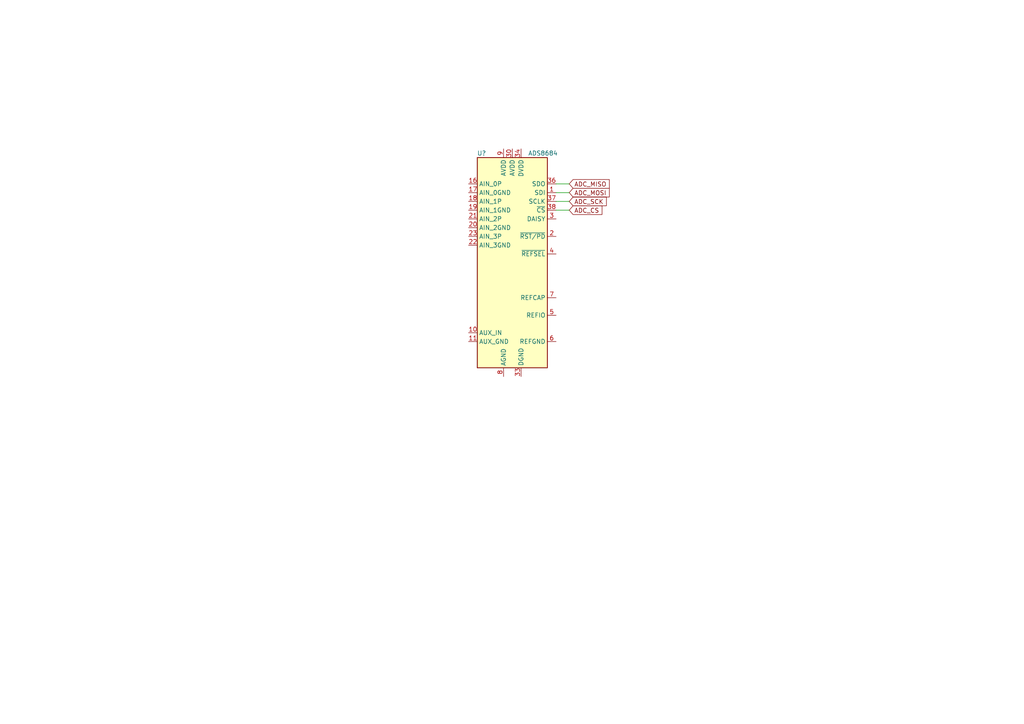
<source format=kicad_sch>
(kicad_sch (version 20230121) (generator eeschema)
  (paper "A4")
  (lib_symbols
    (symbol "Analog_ADC:ADS8684"
      (property "Reference" "U" (at -8.89 31.75 0))
      (property "Value" "ADS8684" (at 8.89 31.75 0))
      (symbol "ADS8684_0_1"
        (rectangle (start -10.16 30.48) (end 10.16 -30.48) (stroke (width 0.254)) (fill (type background)))
      )
      (symbol "ADS8684_1_1"
        (pin input line (at 12.7 20.32 180) (length 2.54) (name "SDI") (number "1"))
        (pin input line (at -12.7 -20.32 0) (length 2.54) (name "AUX_IN") (number "10"))
        (pin input line (at -12.7 -22.86 0) (length 2.54) (name "AUX_GND") (number "11"))
        (pin no_connect line (at -10.16 -7.62 0) (length 2.54) hide (name "NC") (number "12"))
        (pin no_connect line (at -10.16 -10.16 0) (length 2.54) hide (name "NC") (number "13"))
        (pin no_connect line (at -10.16 -12.7 0) (length 2.54) hide (name "NC") (number "14"))
        (pin no_connect line (at -10.16 -15.24 0) (length 2.54) hide (name "NC") (number "15"))
        (pin input line (at -12.7 22.86 0) (length 2.54) (name "AIN_0P") (number "16"))
        (pin input line (at -12.7 20.32 0) (length 2.54) (name "AIN_0GND") (number "17"))
        (pin input line (at -12.7 17.78 0) (length 2.54) (name "AIN_1P") (number "18"))
        (pin input line (at -12.7 15.24 0) (length 2.54) (name "AIN_1GND") (number "19"))
        (pin input line (at 12.7 7.62 180) (length 2.54) (name "~{RST/PD}") (number "2"))
        (pin input line (at -12.7 10.16 0) (length 2.54) (name "AIN_2GND") (number "20"))
        (pin input line (at -12.7 12.7 0) (length 2.54) (name "AIN_2P") (number "21"))
        (pin input line (at -12.7 5.08 0) (length 2.54) (name "AIN_3GND") (number "22"))
        (pin input line (at -12.7 7.62 0) (length 2.54) (name "AIN_3P") (number "23"))
        (pin no_connect line (at -10.16 0 0) (length 2.54) hide (name "NC") (number "24"))
        (pin no_connect line (at -10.16 2.54 0) (length 2.54) hide (name "NC") (number "25"))
        (pin no_connect line (at -10.16 -5.08 0) (length 2.54) hide (name "NC") (number "26"))
        (pin no_connect line (at -10.16 -2.54 0) (length 2.54) hide (name "NC") (number "27"))
        (pin passive line (at -2.54 -33.02 90) (length 2.54) hide (name "AGND") (number "28"))
        (pin passive line (at -2.54 -33.02 90) (length 2.54) hide (name "AGND") (number "29"))
        (pin input line (at 12.7 12.7 180) (length 2.54) (name "DAISY") (number "3"))
        (pin power_in line (at 0 33.02 270) (length 2.54) (name "AVDD") (number "30"))
        (pin passive line (at -2.54 -33.02 90) (length 2.54) hide (name "AGND") (number "31"))
        (pin passive line (at -2.54 -33.02 90) (length 2.54) hide (name "AGND") (number "32"))
        (pin power_in line (at 2.54 -33.02 90) (length 2.54) (name "DGND") (number "33"))
        (pin power_in line (at 2.54 33.02 270) (length 2.54) (name "DVDD") (number "34"))
        (pin no_connect line (at 10.16 -5.08 180) (length 2.54) hide (name "DNC") (number "35"))
        (pin output line (at 12.7 22.86 180) (length 2.54) (name "SDO") (number "36"))
        (pin input line (at 12.7 17.78 180) (length 2.54) (name "SCLK") (number "37"))
        (pin input line (at 12.7 15.24 180) (length 2.54) (name "~{CS}") (number "38"))
        (pin input line (at 12.7 2.54 180) (length 2.54) (name "~{REFSEL}") (number "4"))
        (pin passive line (at 12.7 -15.24 180) (length 2.54) (name "REFIO") (number "5"))
        (pin power_in line (at 12.7 -22.86 180) (length 2.54) (name "REFGND") (number "6"))
        (pin passive line (at 12.7 -10.16 180) (length 2.54) (name "REFCAP") (number "7"))
        (pin power_in line (at -2.54 -33.02 90) (length 2.54) (name "AGND") (number "8"))
        (pin power_in line (at -2.54 33.02 270) (length 2.54) (name "AVDD") (number "9"))
      )
    )
  )
  (wire (pts (xy 161.29 58.42) (xy 165.1 58.42)))
  (wire (pts (xy 161.29 60.96) (xy 165.1 60.96)))
  (wire (pts (xy 161.29 55.88) (xy 165.1 55.88)))
  (wire (pts (xy 161.29 53.34) (xy 165.1 53.34)))
  (global_label "ADC_MISO" (shape input) (at 165.1 53.34 0) (property "Intersheetrefs" "${INTERSHEET_REFS}" (effects hide)))
  (global_label "ADC_SCK" (shape input) (at 165.1 58.42 0) (property "Intersheetrefs" "${INTERSHEET_REFS}" (effects hide)))
  (global_label "ADC_MOSI" (shape input) (at 165.1 55.88 0) (property "Intersheetrefs" "${INTERSHEET_REFS}" (effects hide)))
  (global_label "ADC_CS" (shape input) (at 165.1 60.96 0) (property "Intersheetrefs" "${INTERSHEET_REFS}" (effects hide)))
  (symbol (lib_id "Analog_ADC:ADS8684") (at 148.59 76.2 0) (unit 1)
    (property "Reference" "U?" (at 139.7 44.45 0))
    (property "Value" "ADS8684" (at 157.48 44.45 0))
    (property "Footprint" "Package_SO:TSSOP-38_4.4x9.7mm_P0.5mm" (effects hide))
    (property "Datasheet" "http://www.ti.com/lit/ds/symlink/ads8688.pdf" (effects hide))
  )
)
</source>
